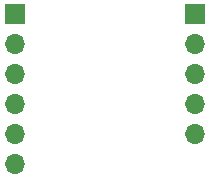
<source format=gbs>
G04 #@! TF.GenerationSoftware,KiCad,Pcbnew,7.0.9*
G04 #@! TF.CreationDate,2023-12-12T21:55:40+01:00*
G04 #@! TF.ProjectId,Leveller,4c657665-6c6c-4657-922e-6b696361645f,rev?*
G04 #@! TF.SameCoordinates,Original*
G04 #@! TF.FileFunction,Soldermask,Bot*
G04 #@! TF.FilePolarity,Negative*
%FSLAX46Y46*%
G04 Gerber Fmt 4.6, Leading zero omitted, Abs format (unit mm)*
G04 Created by KiCad (PCBNEW 7.0.9) date 2023-12-12 21:55:40*
%MOMM*%
%LPD*%
G01*
G04 APERTURE LIST*
%ADD10R,1.700000X1.700000*%
%ADD11O,1.700000X1.700000*%
G04 APERTURE END LIST*
D10*
X50380000Y-35660000D03*
D11*
X50380000Y-38200000D03*
X50380000Y-40740000D03*
X50380000Y-43280000D03*
X50380000Y-45820000D03*
D10*
X35140000Y-35660000D03*
D11*
X35140000Y-38200000D03*
X35140000Y-40740000D03*
X35140000Y-43280000D03*
X35140000Y-45820000D03*
X35140000Y-48360000D03*
M02*

</source>
